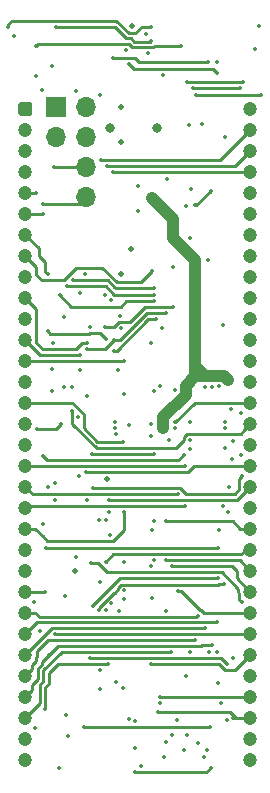
<source format=gbr>
G04 #@! TF.GenerationSoftware,KiCad,Pcbnew,(5.1.2)-1*
G04 #@! TF.CreationDate,2019-12-23T21:44:57-05:00*
G04 #@! TF.ProjectId,C64CPLA,43363443-504c-4412-9e6b-696361645f70,rev?*
G04 #@! TF.SameCoordinates,Original*
G04 #@! TF.FileFunction,Copper,L2,Inr*
G04 #@! TF.FilePolarity,Positive*
%FSLAX46Y46*%
G04 Gerber Fmt 4.6, Leading zero omitted, Abs format (unit mm)*
G04 Created by KiCad (PCBNEW (5.1.2)-1) date 2019-12-23 21:44:57*
%MOMM*%
%LPD*%
G04 APERTURE LIST*
%ADD10R,1.700000X1.700000*%
%ADD11O,1.700000X1.700000*%
%ADD12C,1.200000*%
%ADD13C,0.100000*%
%ADD14C,0.350000*%
%ADD15C,0.500000*%
%ADD16C,0.800000*%
%ADD17C,1.000000*%
%ADD18C,0.250000*%
G04 APERTURE END LIST*
D10*
X96583500Y-50673000D03*
D11*
X99123500Y-50673000D03*
X96583500Y-53213000D03*
X99123500Y-53213000D03*
X99123500Y-55753000D03*
X99123500Y-58293000D03*
D12*
X113030000Y-50800000D03*
D13*
G36*
X94309405Y-50201445D02*
G01*
X94338527Y-50205764D01*
X94367085Y-50212918D01*
X94394805Y-50222836D01*
X94421419Y-50235424D01*
X94446671Y-50250559D01*
X94470318Y-50268097D01*
X94492132Y-50287868D01*
X94511903Y-50309682D01*
X94529441Y-50333329D01*
X94544576Y-50358581D01*
X94557164Y-50385195D01*
X94567082Y-50412915D01*
X94574236Y-50441473D01*
X94578555Y-50470595D01*
X94580000Y-50500000D01*
X94580000Y-51100000D01*
X94578555Y-51129405D01*
X94574236Y-51158527D01*
X94567082Y-51187085D01*
X94557164Y-51214805D01*
X94544576Y-51241419D01*
X94529441Y-51266671D01*
X94511903Y-51290318D01*
X94492132Y-51312132D01*
X94470318Y-51331903D01*
X94446671Y-51349441D01*
X94421419Y-51364576D01*
X94394805Y-51377164D01*
X94367085Y-51387082D01*
X94338527Y-51394236D01*
X94309405Y-51398555D01*
X94280000Y-51400000D01*
X93680000Y-51400000D01*
X93650595Y-51398555D01*
X93621473Y-51394236D01*
X93592915Y-51387082D01*
X93565195Y-51377164D01*
X93538581Y-51364576D01*
X93513329Y-51349441D01*
X93489682Y-51331903D01*
X93467868Y-51312132D01*
X93448097Y-51290318D01*
X93430559Y-51266671D01*
X93415424Y-51241419D01*
X93402836Y-51214805D01*
X93392918Y-51187085D01*
X93385764Y-51158527D01*
X93381445Y-51129405D01*
X93380000Y-51100000D01*
X93380000Y-50500000D01*
X93381445Y-50470595D01*
X93385764Y-50441473D01*
X93392918Y-50412915D01*
X93402836Y-50385195D01*
X93415424Y-50358581D01*
X93430559Y-50333329D01*
X93448097Y-50309682D01*
X93467868Y-50287868D01*
X93489682Y-50268097D01*
X93513329Y-50250559D01*
X93538581Y-50235424D01*
X93565195Y-50222836D01*
X93592915Y-50212918D01*
X93621473Y-50205764D01*
X93650595Y-50201445D01*
X93680000Y-50200000D01*
X94280000Y-50200000D01*
X94309405Y-50201445D01*
X94309405Y-50201445D01*
G37*
D12*
X93980000Y-50800000D03*
X113030000Y-52578000D03*
X93980000Y-52578000D03*
X113030000Y-54356000D03*
X93980000Y-54356000D03*
X113030000Y-56134000D03*
X93980000Y-56134000D03*
X113030000Y-57912000D03*
X93980000Y-57912000D03*
X113030000Y-59690000D03*
X93980000Y-59690000D03*
X113030000Y-61468000D03*
X93980000Y-61468000D03*
X113030000Y-63246000D03*
X93980000Y-63246000D03*
X113030000Y-65024000D03*
X93980000Y-65024000D03*
X113030000Y-66802000D03*
X93980000Y-66802000D03*
X113030000Y-68580000D03*
X93980000Y-68580000D03*
X113030000Y-70358000D03*
X93980000Y-70358000D03*
X113030000Y-72136000D03*
X93980000Y-72136000D03*
X113030000Y-73914000D03*
X93980000Y-73914000D03*
X113030000Y-75692000D03*
X93980000Y-75692000D03*
X113030000Y-77470000D03*
X93980000Y-77470000D03*
X113030000Y-79248000D03*
X93980000Y-79248000D03*
X113030000Y-81026000D03*
X93980000Y-81026000D03*
X113030000Y-82804000D03*
X93980000Y-82804000D03*
X113030000Y-84582000D03*
X93980000Y-84582000D03*
X113030000Y-86360000D03*
X93980000Y-86360000D03*
X113030000Y-88138000D03*
X93980000Y-88138000D03*
X113030000Y-89916000D03*
X93980000Y-89916000D03*
X113030000Y-91694000D03*
X93980000Y-91694000D03*
X113030000Y-93472000D03*
X93980000Y-93472000D03*
X113030000Y-95250000D03*
X93980000Y-95250000D03*
X113030000Y-97028000D03*
X93980000Y-97028000D03*
X113030000Y-98806000D03*
X93980000Y-98806000D03*
X113030000Y-100584000D03*
X93980000Y-100584000D03*
X113030000Y-102362000D03*
X93980000Y-102362000D03*
X113030000Y-104140000D03*
X93980000Y-104140000D03*
X113030000Y-105918000D03*
X93980000Y-105918000D03*
D14*
X110299500Y-99441000D03*
X102235000Y-99885500D03*
X111379000Y-76200000D03*
X100330000Y-98298000D03*
X101854000Y-72898000D03*
X103505000Y-59436000D03*
X96266000Y-72834500D03*
X103505000Y-57340500D03*
X102732840Y-77543660D03*
X110553500Y-101092000D03*
X113792000Y-43766500D03*
D15*
X102997000Y-43830000D03*
X102933500Y-62674500D03*
D14*
X105981500Y-56769000D03*
X94899480Y-48008540D03*
X105633520Y-47922180D03*
X110744000Y-69088000D03*
X96329500Y-70675500D03*
X107569000Y-98869500D03*
X100330000Y-99949000D03*
X103759000Y-106426000D03*
X96837500Y-106616500D03*
X104711500Y-92265500D03*
X101663500Y-99314000D03*
X111061500Y-73850500D03*
X100330000Y-90868500D03*
X97282000Y-68453000D03*
X110871000Y-53213000D03*
X108966000Y-52070000D03*
X107823000Y-52197000D03*
X101155500Y-86868000D03*
X98552000Y-81915000D03*
X106490000Y-61721500D03*
X107590000Y-59034000D03*
X107315000Y-74358500D03*
X105671010Y-77843990D03*
X104644190Y-70610730D03*
D16*
X105092500Y-52451000D03*
X101155500Y-52451000D03*
D14*
X111506000Y-80454500D03*
X104711500Y-58356500D03*
X113432040Y-45765000D03*
X102537260Y-45847000D03*
X107442000Y-105092500D03*
D15*
X100882250Y-82188250D03*
X102108000Y-50673000D03*
X102108000Y-53657500D03*
X102108000Y-64833500D03*
X98171000Y-89916000D03*
D14*
X101536500Y-77343000D03*
X98298000Y-88773000D03*
X96202500Y-74739500D03*
X101536500Y-77851000D03*
X96393000Y-55753000D03*
X101663500Y-78359000D03*
X95440500Y-58864500D03*
X104711500Y-64516000D03*
X108045250Y-57562750D03*
X94903500Y-45507700D03*
X107124500Y-45466000D03*
X93054999Y-44604499D03*
X109474000Y-63627000D03*
X98996500Y-64770000D03*
X96266000Y-47180500D03*
X95186500Y-95059500D03*
X95440500Y-85979000D03*
X99441000Y-97282000D03*
X111093250Y-97821750D03*
X111093250Y-102520750D03*
X112395000Y-48577500D03*
X107632500Y-48577500D03*
X102743000Y-46990000D03*
X110236000Y-47752000D03*
X107886500Y-61785500D03*
X109474000Y-46863000D03*
X101409500Y-46489999D03*
X98593000Y-66443500D03*
X100330000Y-49657000D03*
X110236000Y-46863000D03*
X111252000Y-82804000D03*
X104635300Y-97790000D03*
X102755700Y-102514400D03*
X112141000Y-49085500D03*
X108140500Y-49085500D03*
X97625500Y-103949500D03*
X96456500Y-82486500D03*
X98298000Y-49339500D03*
X104330500Y-46101000D03*
X96583500Y-43878500D03*
X104584500Y-45085000D03*
X97453500Y-102171500D03*
X95885000Y-82867500D03*
X104203500Y-44450000D03*
X95405002Y-49177002D03*
X99631500Y-80010000D03*
X104902000Y-85725000D03*
X104902000Y-80010000D03*
X99187000Y-70612000D03*
X92554998Y-43850498D03*
X104612502Y-43850498D03*
X106680000Y-77343000D03*
X105918000Y-85725000D03*
X106680000Y-77843001D03*
X101981000Y-68389500D03*
X104648000Y-77533500D03*
X102362000Y-72136000D03*
X102362000Y-74993500D03*
X94996000Y-77914500D03*
X96964500Y-77533500D03*
X99123500Y-81534000D03*
X96520000Y-95250000D03*
X96520000Y-83947000D03*
X99173000Y-83947000D03*
X101028500Y-83947000D03*
X101028500Y-84963000D03*
X100203000Y-85661500D03*
X98940999Y-103144699D03*
X109643801Y-103144699D03*
X100393500Y-55118000D03*
X102362000Y-89154000D03*
X100774500Y-70294500D03*
X95885000Y-69659500D03*
X95885000Y-64833500D03*
X104648000Y-89535000D03*
X104838500Y-65976500D03*
X105854500Y-104457500D03*
X98044000Y-65341500D03*
X104838500Y-89027000D03*
X104838500Y-66548000D03*
X105346500Y-101155500D03*
X97472500Y-65849500D03*
X104711500Y-86487000D03*
X104838500Y-67119500D03*
X109388000Y-105115000D03*
X109494320Y-96774000D03*
X96901000Y-66548000D03*
X110680500Y-84455000D03*
X95440500Y-59690000D03*
X110331250Y-87979250D03*
X95726250Y-87979250D03*
X107378500Y-80137000D03*
X95440500Y-80200500D03*
X94905001Y-57939499D03*
X110921500Y-79515000D03*
X111594900Y-102362000D03*
X100971350Y-97783650D03*
X95636510Y-101657990D03*
X105219500Y-101854000D03*
X111569500Y-97282000D03*
X105918000Y-68135500D03*
X101473000Y-70421500D03*
X98417001Y-76919199D03*
X94678500Y-92583000D03*
X99192459Y-71178041D03*
X109664500Y-57785000D03*
X108331000Y-58991500D03*
X105029000Y-68643500D03*
X101473000Y-71310500D03*
X100774500Y-93281500D03*
X102298500Y-84963000D03*
X105537000Y-69342000D03*
X102108000Y-69405500D03*
X107505500Y-84455000D03*
X110340000Y-74318000D03*
X109791500Y-74358500D03*
X106870500Y-83439000D03*
X104860090Y-74697590D03*
X112268000Y-76581000D03*
X112268000Y-80137000D03*
X111125000Y-84963000D03*
X109093000Y-105727500D03*
X107505500Y-81026000D03*
X109220000Y-74358500D03*
X105410000Y-74295000D03*
X103255701Y-102611299D03*
X100203000Y-93281500D03*
X110761401Y-91079699D03*
X110871000Y-77343000D03*
X106680000Y-74612500D03*
X103251000Y-104965500D03*
X104648000Y-78549500D03*
X107942500Y-77350500D03*
X111569500Y-78930500D03*
X110363000Y-86487000D03*
X110248700Y-96761300D03*
X107886500Y-96774000D03*
X107632500Y-103822500D03*
X110871000Y-77851000D03*
X99695000Y-92925900D03*
X110261400Y-90563700D03*
X105867200Y-93332300D03*
X107886500Y-79629000D03*
X102336600Y-91592400D03*
X101930200Y-93306900D03*
X107886500Y-78867000D03*
X100711000Y-66548000D03*
X101274501Y-92677359D03*
X100901500Y-55626000D03*
X101219000Y-66992500D03*
X102328549Y-92324351D03*
X101409500Y-56134000D03*
X98615500Y-72898000D03*
X98615500Y-71628000D03*
X102235000Y-78994000D03*
X97917000Y-74358500D03*
X97917000Y-76390500D03*
X97282000Y-74358500D03*
X99695000Y-82931000D03*
X112331500Y-81915000D03*
X99441000Y-69278500D03*
X100774500Y-85661500D03*
X100774500Y-89154000D03*
X109664500Y-106616500D03*
X105854500Y-89027000D03*
X103281990Y-106964990D03*
X106418999Y-103815499D03*
X106359960Y-89535000D03*
X106832210Y-102590790D03*
X94767400Y-103251000D03*
X95686501Y-91698701D03*
X100711000Y-69278500D03*
X106489500Y-67627500D03*
X106934000Y-91630500D03*
X108585000Y-93726000D03*
X110236000Y-94234000D03*
X109220000Y-94742000D03*
X106489500Y-64198500D03*
X108465999Y-49674401D03*
X113955001Y-49620999D03*
X108641000Y-104465000D03*
X108376720Y-95758000D03*
X106172000Y-78867000D03*
X105346500Y-100584000D03*
X97345500Y-92075000D03*
X96012000Y-97028000D03*
X109748699Y-96223199D03*
X105727500Y-105727500D03*
X106326511Y-96771889D03*
X112331500Y-92583000D03*
X99194620Y-75087480D03*
X99504500Y-89281000D03*
D17*
X110760001Y-73442999D02*
X111114501Y-73797499D01*
X107555001Y-74245499D02*
X108357501Y-73442999D01*
X107555001Y-75032501D02*
X107555001Y-74245499D01*
X105671010Y-76916492D02*
X107555001Y-75032501D01*
X105671010Y-77843990D02*
X105671010Y-76916492D01*
X108357501Y-63589001D02*
X106490000Y-61721500D01*
X108357501Y-72617499D02*
X109183001Y-73442999D01*
X108357501Y-72162501D02*
X108357501Y-72617499D01*
X109183001Y-73442999D02*
X110760001Y-73442999D01*
X108357501Y-73442999D02*
X109183001Y-73442999D01*
X108357501Y-72162501D02*
X108357501Y-63589001D01*
X108357501Y-73442999D02*
X108357501Y-72162501D01*
X106490000Y-60135000D02*
X104711500Y-58356500D01*
X106490000Y-61721500D02*
X106490000Y-60135000D01*
D18*
X96393000Y-55753000D02*
X99123500Y-55753000D01*
X98552000Y-58864500D02*
X99123500Y-58293000D01*
X95440500Y-58864500D02*
X98552000Y-58864500D01*
X104711500Y-64516000D02*
X104711500Y-64516000D01*
X95078499Y-45332701D02*
X94903500Y-45507700D01*
X102762963Y-45332701D02*
X95078499Y-45332701D01*
X103015263Y-45585001D02*
X102762963Y-45332701D01*
X104824501Y-45585001D02*
X103015263Y-45585001D01*
X104943502Y-45466000D02*
X104824501Y-45585001D01*
X107124500Y-45466000D02*
X104943502Y-45466000D01*
X101727000Y-65468500D02*
X103759000Y-65468500D01*
X101717411Y-65478089D02*
X101727000Y-65468500D01*
X100501322Y-64262000D02*
X101717411Y-65478089D01*
X100493323Y-64269999D02*
X100501322Y-64262000D01*
X94905001Y-64171001D02*
X94905001Y-64869501D01*
X93980000Y-63246000D02*
X94905001Y-64171001D01*
X103759000Y-65468500D02*
X104711500Y-64516000D01*
X94905001Y-64869501D02*
X95377000Y-65341500D01*
X95377000Y-65341500D02*
X97218500Y-65341500D01*
X97218500Y-65341500D02*
X98290001Y-64269999D01*
X98290001Y-64269999D02*
X100493323Y-64269999D01*
X99441000Y-97282000D02*
X110553500Y-97282000D01*
X110553500Y-97282000D02*
X111093250Y-97821750D01*
X107632500Y-48577500D02*
X112395000Y-48577500D01*
X110061001Y-47577001D02*
X110236000Y-47752000D01*
X109906179Y-47422179D02*
X110061001Y-47577001D01*
X103175179Y-47422179D02*
X109906179Y-47422179D01*
X102743000Y-46990000D02*
X103175179Y-47422179D01*
X109474000Y-46863000D02*
X103632000Y-46863000D01*
X103258999Y-46489999D02*
X101409500Y-46489999D01*
X103632000Y-46863000D02*
X103258999Y-46489999D01*
X101409500Y-46489999D02*
X101409500Y-46489999D01*
X111736249Y-98321751D02*
X110882051Y-98321751D01*
X113030000Y-97028000D02*
X111736249Y-98321751D01*
X110882051Y-98321751D02*
X110426500Y-97866200D01*
X110426500Y-97866200D02*
X110350300Y-97790000D01*
X110350300Y-97790000D02*
X104635300Y-97790000D01*
X108140500Y-49085500D02*
X112141000Y-49085500D01*
X104584500Y-45085000D02*
X104584500Y-45085000D01*
X104534509Y-45134991D02*
X104584500Y-45085000D01*
X103201663Y-45134991D02*
X104534509Y-45134991D01*
X102921683Y-44855011D02*
X103201663Y-45134991D01*
X102534599Y-44855011D02*
X102921683Y-44855011D01*
X96583500Y-43878500D02*
X101558088Y-43878500D01*
X101558088Y-43878500D02*
X102534599Y-44855011D01*
X99631500Y-80010000D02*
X104902000Y-80010000D01*
X99187000Y-70612000D02*
X99187000Y-70612000D01*
X99120960Y-70678040D02*
X99187000Y-70612000D01*
X94905001Y-67727001D02*
X94905001Y-70646591D01*
X93980000Y-66802000D02*
X94905001Y-67727001D01*
X94905001Y-70646591D02*
X95436400Y-71177990D01*
X95436400Y-71177990D02*
X98298000Y-71177990D01*
X98298000Y-71177990D02*
X98797950Y-70678040D01*
X98797950Y-70678040D02*
X99120960Y-70678040D01*
X104612502Y-43850498D02*
X104612502Y-43850498D01*
X103827504Y-43850498D02*
X104612502Y-43850498D01*
X92554998Y-43603011D02*
X92818499Y-43339510D01*
X92554998Y-43850498D02*
X92554998Y-43603011D01*
X92818499Y-43339510D02*
X101655508Y-43339510D01*
X101655508Y-43339510D02*
X102720999Y-44405001D01*
X102720999Y-44405001D02*
X103273001Y-44405001D01*
X103273001Y-44405001D02*
X103827504Y-43850498D01*
X112181472Y-75692000D02*
X113030000Y-75692000D01*
X106680000Y-77343000D02*
X108331000Y-75692000D01*
X108331000Y-75692000D02*
X112181472Y-75692000D01*
X112181472Y-86360000D02*
X111546472Y-85725000D01*
X113030000Y-86360000D02*
X112181472Y-86360000D01*
X111546472Y-85725000D02*
X105918000Y-85725000D01*
X105918000Y-85725000D02*
X105918000Y-85725000D01*
X93980000Y-72136000D02*
X94828528Y-72136000D01*
X94828528Y-72136000D02*
X102362000Y-72136000D01*
X102362000Y-72136000D02*
X102362000Y-72136000D01*
X94996000Y-77914500D02*
X95243487Y-77914500D01*
X95243487Y-77914500D02*
X96583500Y-77914500D01*
X96583500Y-77914500D02*
X96964500Y-77533500D01*
X108245502Y-81026000D02*
X107737502Y-81534000D01*
X113030000Y-81026000D02*
X108245502Y-81026000D01*
X107737502Y-81534000D02*
X99250500Y-81534000D01*
X99314000Y-81534000D02*
X99314000Y-81534000D01*
X99250500Y-81534000D02*
X99123500Y-81534000D01*
X99123500Y-81534000D02*
X99123500Y-81534000D01*
X113030000Y-95250000D02*
X96520000Y-95250000D01*
X96520000Y-95250000D02*
X96520000Y-95250000D01*
X111887000Y-83947000D02*
X113030000Y-82804000D01*
X101028500Y-83947000D02*
X111887000Y-83947000D01*
X113030000Y-52578000D02*
X110490000Y-55118000D01*
X110490000Y-55118000D02*
X100393500Y-55118000D01*
X98940999Y-103144699D02*
X109643801Y-103144699D01*
X99454999Y-69794499D02*
X99405008Y-69844490D01*
X100774500Y-70294500D02*
X100274499Y-69794499D01*
X100274499Y-69794499D02*
X99454999Y-69794499D01*
X99405008Y-69844490D02*
X97658900Y-69844490D01*
X97658900Y-69844490D02*
X96069990Y-69844490D01*
X96069990Y-69844490D02*
X95885000Y-69659500D01*
X95885000Y-69659500D02*
X95885000Y-69659500D01*
X95637513Y-63754000D02*
X95129513Y-63246000D01*
X95129513Y-62617513D02*
X93980000Y-61468000D01*
X95129513Y-63246000D02*
X95129513Y-62617513D01*
X95637513Y-64586013D02*
X95885000Y-64833500D01*
X95637513Y-63754000D02*
X95637513Y-64586013D01*
X104838500Y-65976500D02*
X101600000Y-65976500D01*
X101515912Y-65913000D02*
X100944412Y-65341500D01*
X101600000Y-65976500D02*
X101536500Y-65913000D01*
X101536500Y-65913000D02*
X101515912Y-65913000D01*
X100944412Y-65341500D02*
X98298000Y-65341500D01*
X98298000Y-65341500D02*
X98234500Y-65341500D01*
X98234500Y-65341500D02*
X98044000Y-65341500D01*
X98044000Y-65341500D02*
X98044000Y-65341500D01*
X101514502Y-66548000D02*
X100816002Y-65849500D01*
X104838500Y-66548000D02*
X101514502Y-66548000D01*
X100816002Y-65849500D02*
X97790000Y-65849500D01*
X97790000Y-65849500D02*
X97790000Y-65849500D01*
X97790000Y-65849500D02*
X97472500Y-65849500D01*
X96901000Y-66611500D02*
X96901000Y-66548000D01*
X97853500Y-67564000D02*
X96901000Y-66611500D01*
X102066498Y-67564000D02*
X97853500Y-67564000D01*
X104838500Y-67119500D02*
X102510998Y-67119500D01*
X102510998Y-67119500D02*
X102066498Y-67564000D01*
X93987999Y-59697999D02*
X93980000Y-59690000D01*
X95440500Y-59690000D02*
X93980000Y-59690000D01*
X110331250Y-87979250D02*
X95980250Y-87979250D01*
X95980250Y-87979250D02*
X95726250Y-87979250D01*
X107378500Y-80137000D02*
X106939510Y-80575990D01*
X106939510Y-80575990D02*
X100838000Y-80575990D01*
X100838000Y-80575990D02*
X96075500Y-80575990D01*
X96075500Y-80575990D02*
X95815990Y-80575990D01*
X95815990Y-80575990D02*
X95440500Y-80200500D01*
X95440500Y-80200500D02*
X95440500Y-80200500D01*
X94007499Y-57939499D02*
X93980000Y-57912000D01*
X94905001Y-57939499D02*
X94007499Y-57939499D01*
X100971350Y-97783650D02*
X97275650Y-97783650D01*
X97275650Y-97783650D02*
X96719670Y-97783650D01*
X95959520Y-98543800D02*
X95959519Y-99468303D01*
X96719670Y-97783650D02*
X95959520Y-98543800D01*
X95959519Y-99468303D02*
X95636510Y-99791312D01*
X95636510Y-99791312D02*
X95636510Y-101657990D01*
X111594900Y-102114513D02*
X111334387Y-101854000D01*
X111594900Y-102362000D02*
X111594900Y-102114513D01*
X111334387Y-101854000D02*
X105219500Y-101854000D01*
X105219500Y-101854000D02*
X105219500Y-101854000D01*
X111594900Y-102120700D02*
X111836200Y-102362000D01*
X111594900Y-102114513D02*
X111594900Y-102120700D01*
X111594900Y-102362000D02*
X111836200Y-102362000D01*
X111836200Y-102362000D02*
X113030000Y-102362000D01*
X104195577Y-68199000D02*
X104201086Y-68193491D01*
X104209009Y-68193491D02*
X104267000Y-68135500D01*
X104267000Y-68135500D02*
X105918000Y-68135500D01*
X105918000Y-68135500D02*
X105918000Y-68135500D01*
X104201086Y-68193491D02*
X104209009Y-68193491D01*
X101973077Y-70421500D02*
X104201086Y-68193491D01*
X101473000Y-70421500D02*
X101973077Y-70421500D01*
X101473000Y-70421500D02*
X101099999Y-70794501D01*
X99439946Y-71178041D02*
X99445405Y-71183500D01*
X99192459Y-71178041D02*
X99439946Y-71178041D01*
X100711000Y-71183500D02*
X101099999Y-70794501D01*
X99445405Y-71183500D02*
X100711000Y-71183500D01*
X108458000Y-58991500D02*
X109664500Y-57785000D01*
X108331000Y-58991500D02*
X108458000Y-58991500D01*
X104387487Y-68643500D02*
X105029000Y-68643500D01*
X105029000Y-68643500D02*
X105029000Y-68643500D01*
X101720487Y-71310500D02*
X104387487Y-68643500D01*
X101473000Y-71310500D02*
X101720487Y-71310500D01*
X93980000Y-86360000D02*
X94828528Y-86360000D01*
X94828528Y-86360000D02*
X95463528Y-86995000D01*
X101395501Y-87368001D02*
X102298500Y-86465002D01*
X95463528Y-86995000D02*
X95836529Y-87368001D01*
X95836529Y-87368001D02*
X101395501Y-87368001D01*
X102298500Y-86465002D02*
X102298500Y-84963000D01*
X102298500Y-84963000D02*
X102298500Y-84963000D01*
X93980000Y-84455000D02*
X94828528Y-84455000D01*
X94828528Y-84455000D02*
X107505500Y-84455000D01*
X107505500Y-84455000D02*
X107505500Y-84455000D01*
X106426000Y-83439000D02*
X106870500Y-83439000D01*
X93980000Y-82804000D02*
X94615000Y-83439000D01*
X94615000Y-83439000D02*
X106426000Y-83439000D01*
X93980000Y-81026000D02*
X94828528Y-81026000D01*
X94828528Y-81026000D02*
X107505500Y-81026000D01*
X107505500Y-81026000D02*
X107505500Y-81026000D01*
X100203000Y-93281500D02*
X100203000Y-93034013D01*
X100203000Y-93034013D02*
X101471514Y-91765499D01*
X102096599Y-91092399D02*
X110332899Y-91092399D01*
X101836599Y-91352399D02*
X102096599Y-91092399D01*
X101836599Y-91508201D02*
X101836599Y-91352399D01*
X101471514Y-91765499D02*
X101579301Y-91765499D01*
X101579301Y-91765499D02*
X101836599Y-91508201D01*
X110345599Y-91079699D02*
X110761401Y-91079699D01*
X110332899Y-91092399D02*
X110345599Y-91079699D01*
X99695000Y-92857588D02*
X101988888Y-90563700D01*
X99695000Y-92925900D02*
X99695000Y-92857588D01*
X101988888Y-90563700D02*
X110261400Y-90563700D01*
X112331500Y-55054500D02*
X111760000Y-55626000D01*
X113030000Y-54356000D02*
X112331500Y-55054500D01*
X111760000Y-55626000D02*
X100901500Y-55626000D01*
X113030000Y-56134000D02*
X112181472Y-56134000D01*
X112181472Y-56134000D02*
X101409500Y-56134000D01*
X95250000Y-71628000D02*
X93980000Y-70358000D01*
X98615500Y-71628000D02*
X95250000Y-71628000D01*
X94828528Y-75692000D02*
X93980000Y-75692000D01*
X97958502Y-75692000D02*
X94828528Y-75692000D01*
X102235000Y-78994000D02*
X100077410Y-78994000D01*
X100077410Y-78994000D02*
X98917002Y-77833592D01*
X98917002Y-77833592D02*
X98917002Y-76692002D01*
X98917002Y-76692002D02*
X98417001Y-76192001D01*
X98417001Y-76192001D02*
X98417001Y-76150499D01*
X98417001Y-76150499D02*
X97958502Y-75692000D01*
X97917000Y-76390500D02*
X97917000Y-76390500D01*
X112522000Y-78041500D02*
X113030000Y-77533500D01*
X112204500Y-78359000D02*
X112522000Y-78041500D01*
X107654498Y-78359000D02*
X112204500Y-78359000D01*
X107386499Y-78859001D02*
X107386499Y-78626999D01*
X97917000Y-77470000D02*
X100006990Y-79559990D01*
X97917000Y-76390500D02*
X97917000Y-77470000D01*
X100006990Y-79559990D02*
X104394000Y-79559990D01*
X107386499Y-78626999D02*
X107654498Y-78359000D01*
X104394000Y-79559990D02*
X104443991Y-79509999D01*
X104443991Y-79509999D02*
X106735501Y-79509999D01*
X106735501Y-79509999D02*
X107386499Y-78859001D01*
X112156501Y-82089999D02*
X112331500Y-81915000D01*
X99695000Y-82931000D02*
X107102502Y-82931000D01*
X107102502Y-82931000D02*
X107610502Y-83439000D01*
X107610502Y-83439000D02*
X111696500Y-83439000D01*
X111696500Y-83439000D02*
X112104999Y-83030501D01*
X112104999Y-83030501D02*
X112104999Y-82141501D01*
X112104999Y-82141501D02*
X112156501Y-82089999D01*
X113030000Y-88138000D02*
X112649000Y-88138000D01*
X112649000Y-88138000D02*
X112268000Y-88519000D01*
X112268000Y-88519000D02*
X101536500Y-88519000D01*
X101536500Y-88519000D02*
X101409500Y-88519000D01*
X101409500Y-88519000D02*
X100774500Y-89154000D01*
X100774500Y-89154000D02*
X100774500Y-89154000D01*
X112141000Y-89027000D02*
X113030000Y-89916000D01*
X105854500Y-89027000D02*
X112141000Y-89027000D01*
X109316010Y-106964990D02*
X109664500Y-106616500D01*
X103281990Y-106964990D02*
X109316010Y-106964990D01*
X111887000Y-90551000D02*
X113030000Y-91694000D01*
X111887000Y-89916000D02*
X111887000Y-90551000D01*
X111506000Y-89535000D02*
X111887000Y-89916000D01*
X106359960Y-89535000D02*
X111506000Y-89535000D01*
X95681800Y-91694000D02*
X95686501Y-91698701D01*
X93980000Y-91694000D02*
X95681800Y-91694000D01*
X102868666Y-68889501D02*
X104130667Y-67627500D01*
X101883997Y-68889501D02*
X102868666Y-68889501D01*
X100711000Y-69278500D02*
X101494998Y-69278500D01*
X101494998Y-69278500D02*
X101883997Y-68889501D01*
X104130667Y-67627500D02*
X106489500Y-67627500D01*
X109071002Y-93472000D02*
X108817002Y-93218000D01*
X113030000Y-93472000D02*
X109071002Y-93472000D01*
X108817002Y-93218000D02*
X108775500Y-93218000D01*
X108775500Y-93218000D02*
X107442000Y-91884500D01*
X107442000Y-91884500D02*
X107251500Y-91694000D01*
X107251500Y-91694000D02*
X107188000Y-91630500D01*
X107188000Y-91630500D02*
X106934000Y-91630500D01*
X95198508Y-93841980D02*
X95893200Y-93841980D01*
X93980000Y-93472000D02*
X94828528Y-93472000D01*
X94828528Y-93472000D02*
X95198508Y-93841980D01*
X95893200Y-93841980D02*
X104711500Y-93841980D01*
X104711500Y-93841980D02*
X108469020Y-93841980D01*
X108469020Y-93841980D02*
X108585000Y-93726000D01*
X108585000Y-93726000D02*
X108585000Y-93726000D01*
X94938010Y-94291990D02*
X96079600Y-94291990D01*
X93980000Y-95250000D02*
X94938010Y-94291990D01*
X96079600Y-94291990D02*
X104711500Y-94291990D01*
X108930008Y-94291990D02*
X108987998Y-94234000D01*
X104711500Y-94291990D02*
X108930008Y-94291990D01*
X108987998Y-94234000D02*
X110236000Y-94234000D01*
X93980000Y-97028000D02*
X96266000Y-94742000D01*
X96266000Y-94742000D02*
X104711500Y-94742000D01*
X104711500Y-94742000D02*
X108013500Y-94742000D01*
X108013500Y-94742000D02*
X109220000Y-94742000D01*
X109220000Y-94742000D02*
X109220000Y-94742000D01*
X113955001Y-49620999D02*
X108902500Y-49620999D01*
X108849098Y-49674401D02*
X108465999Y-49674401D01*
X108902500Y-49620999D02*
X108849098Y-49674401D01*
X94579999Y-98206001D02*
X93980000Y-98806000D01*
X94579999Y-97930003D02*
X94579999Y-98206001D01*
X107950000Y-95758000D02*
X95886410Y-95758000D01*
X95886410Y-95758000D02*
X94932500Y-96711910D01*
X94932500Y-96711910D02*
X94932500Y-97218500D01*
X94932500Y-97218500D02*
X94905001Y-97245999D01*
X94905001Y-97245999D02*
X94905001Y-97605001D01*
X94905001Y-97605001D02*
X94579999Y-97930003D01*
X107950000Y-95758000D02*
X108140500Y-95758000D01*
X108140500Y-95758000D02*
X108376720Y-95758000D01*
X105346500Y-100584000D02*
X113030000Y-100584000D01*
X94579999Y-99984001D02*
X93980000Y-100584000D01*
X94579999Y-99575003D02*
X94579999Y-99984001D01*
X108394500Y-96266000D02*
X96774000Y-96266000D01*
X96774000Y-96266000D02*
X96774000Y-96266000D01*
X95355011Y-97684989D02*
X95355011Y-97875489D01*
X95355011Y-97875489D02*
X95059500Y-98171000D01*
X95059500Y-98171000D02*
X95059500Y-99095502D01*
X95059500Y-99095502D02*
X94579999Y-99575003D01*
X96774000Y-96266000D02*
X96012000Y-97028000D01*
X96012000Y-97028000D02*
X95355011Y-97684989D01*
X108903799Y-96223199D02*
X109748699Y-96223199D01*
X108394500Y-96266000D02*
X108860998Y-96266000D01*
X108860998Y-96266000D02*
X108903799Y-96223199D01*
X109748699Y-96223199D02*
X109748699Y-96223199D01*
X93980000Y-102362000D02*
X95186500Y-101155500D01*
X95186500Y-99604912D02*
X95509510Y-99281902D01*
X95186500Y-101155500D02*
X95186500Y-99604912D01*
X95509510Y-99281902D02*
X95509510Y-98357400D01*
X95509510Y-98357400D02*
X97092910Y-96774000D01*
X97092910Y-96774000D02*
X98107500Y-96774000D01*
X98107500Y-96774000D02*
X104711500Y-96774000D01*
X104711500Y-96774000D02*
X104775000Y-96774000D01*
X104713611Y-96771889D02*
X106326511Y-96771889D01*
X104711500Y-96774000D02*
X104713611Y-96771889D01*
X99504500Y-89281000D02*
X99504500Y-89281000D01*
X112104999Y-92356499D02*
X112331500Y-92583000D01*
X112104999Y-91784999D02*
X112104999Y-92356499D01*
X100161498Y-89281000D02*
X100923498Y-90043000D01*
X99504500Y-89281000D02*
X100161498Y-89281000D01*
X100923498Y-90043000D02*
X110617000Y-90043000D01*
X110617000Y-90043000D02*
X112014000Y-91440000D01*
X112014000Y-91440000D02*
X112014000Y-91694000D01*
X112014000Y-91694000D02*
X112104999Y-91784999D01*
M02*

</source>
